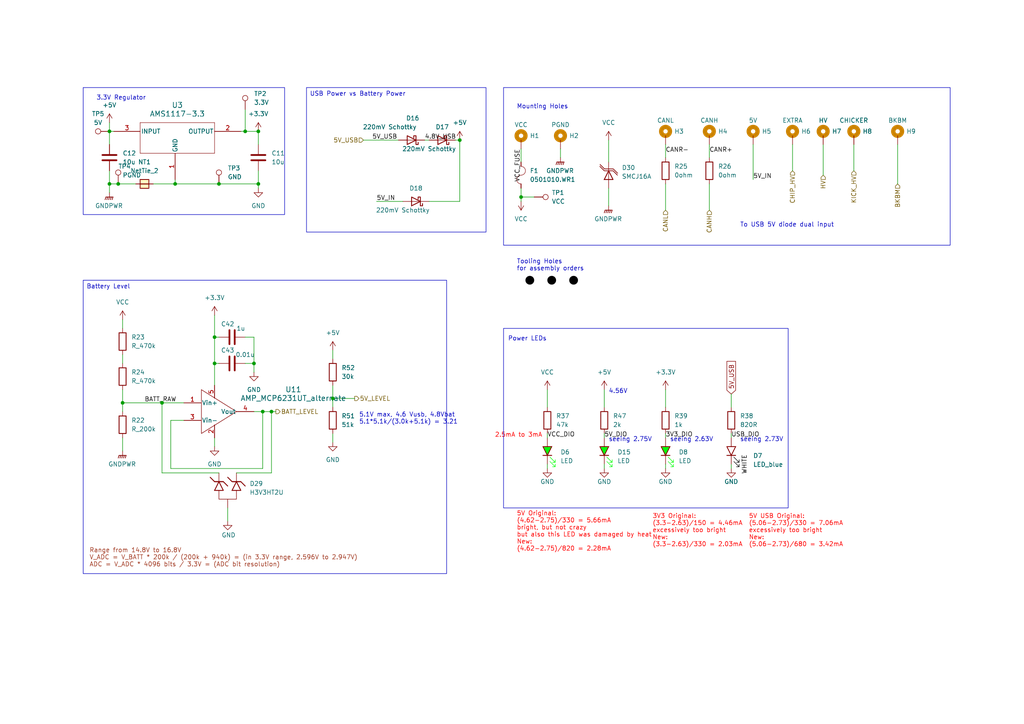
<source format=kicad_sch>
(kicad_sch (version 20250114) (generator "eeschema") (generator_version "9.0")
  (paper "A4")
  (lib_symbols
    (symbol "bots:AMP_MCP6231UT_alternate" (pin_names (offset 0.254))
      (property "Reference" "U8" (at -7.62 10.16 0))
      (property "Value" "AMP_MCP6231UT_alternate" (at -12.7 7.62 0))
      (symbol "AMP_MCP6231UT_alternate_0_1"
        (polyline (pts (xy -3.81 6.35) (xy 6.35 0) (xy -3.81 -6.35) (xy -3.81 6.35)))
      )
      (symbol "AMP_MCP6231UT_alternate_1_1"
        (pin input line (at -8.89 2.54 0) (length 4.95) (name "Vin+") (number "1"))
        (pin input line (at -8.89 -2.54 0) (length 4.95) (name "Vin-") (number "3"))
        (pin power_in line (at 0 7.62 270) (length 3.75) (name "~") (number "5"))
        (pin power_out line (at 0 -7.62 90) (length 3.75) (name "~") (number "2"))
        (pin output line (at 11.43 0 180) (length 4.99) (name "Vout") (number "4"))
      )
    )
    (symbol "bots:AMS1117-3.3" (pin_names (offset 0.254))
      (property "Reference" "U" (at 0 7.62 0))
      (property "Value" "AMS1117-3.3" (at 0 5.08 0))
      (symbol "AMS1117-3.3_0_1"
        (polyline (pts (xy -10.16 2.54) (xy -10.16 -6.35)) (stroke (width 0.127)))
        (polyline (pts (xy -10.16 -6.35) (xy 11.43 -6.35)) (stroke (width 0.127)))
        (polyline (pts (xy 11.43 2.54) (xy -10.16 2.54)) (stroke (width 0.127)))
        (polyline (pts (xy 11.43 -6.35) (xy 11.43 2.54)) (stroke (width 0.127)))
        (pin input line (at -17.78 0 0) (length 7.62) (name "INPUT") (number "3"))
        (pin output line (at 19.05 0 180) (length 7.62) (name "OUTPUT") (number "2"))
      )
      (symbol "AMS1117-3.3_1_1"
        (pin bidirectional line (at 0 -13.97 90) (length 7.62) (name "GND") (number "1"))
      )
    )
    (symbol "bots:C_10u" (pin_numbers (hide yes)) (pin_names (offset 0.254))
      (property "Reference" "C" (at 0.635 2.54 0))
      (property "Value" "10u" (at 0.635 -2.54 0))
      (symbol "C_10u_0_1"
        (polyline (pts (xy -2.032 0.762) (xy 2.032 0.762)) (stroke (width 0.508)))
        (polyline (pts (xy -2.032 -0.762) (xy 2.032 -0.762)) (stroke (width 0.508)))
      )
      (symbol "C_10u_1_1"
        (pin passive line (at 0 3.81 270) (length 2.794) (name "~") (number "1"))
        (pin passive line (at 0 -3.81 90) (length 2.794) (name "~") (number "2"))
      )
    )
    (symbol "bots:D_CUS08F30,H3F" (pin_numbers (hide yes)) (pin_names (offset 1.016) (hide yes))
      (property "Reference" "D" (at 0 2.54 0))
      (property "Value" "220mV Schottky" (at 0 -2.54 0))
      (symbol "D_CUS08F30,H3F_0_1"
        (polyline (pts (xy -1.905 0.635) (xy -1.905 1.27) (xy -1.27 1.27) (xy -1.27 -1.27) (xy -0.635 -1.27) (xy -0.635 -0.635)) (stroke (width 0.254)))
        (polyline (pts (xy 1.27 1.27) (xy 1.27 -1.27) (xy -1.27 0) (xy 1.27 1.27)) (stroke (width 0.254)))
        (polyline (pts (xy 1.27 0) (xy -1.27 0)))
      )
      (symbol "D_CUS08F30,H3F_1_1"
        (pin passive line (at -3.81 0 0) (length 2.54) (name "K") (number "1"))
        (pin passive line (at 3.81 0 180) (length 2.54) (name "A") (number "2"))
      )
    )
    (symbol "bots:D_SMCJ16A" (pin_numbers (hide yes)) (pin_names (offset 1.016) (hide yes))
      (property "Reference" "D" (at 0 2.54 0))
      (property "Value" "SMCJ16A" (at 0 -2.54 0))
      (symbol "D_SMCJ16A_0_1"
        (polyline (pts (xy 1.27 0) (xy -1.27 0)))
        (polyline (pts (xy 1.27 -1.27) (xy 1.27 1.27) (xy -1.27 0) (xy 1.27 -1.27)) (stroke (width 0.254)))
      )
      (symbol "D_SMCJ16A_1_1"
        (polyline (pts (xy -0.5468 2.5984) (xy -1.8168 1.3284) (xy -1.8168 0.0584) (xy -1.8168 -1.2116) (xy -3.0868 -2.4816)) (stroke (width 0.2032)))
        (polyline (pts (xy 0 2.54) (xy -1.27 1.27) (xy -1.27 0) (xy -1.27 -1.27) (xy -2.54 -2.54)) (stroke (width 0.2032)))
        (pin passive line (at -3.81 0 0) (length 2.54) (name "K") (number "1"))
        (pin passive line (at 3.81 0 180) (length 2.54) (name "A") (number "2"))
      )
    )
    (symbol "bots:D_TVS_ESD" (pin_numbers (hide yes)) (pin_names (offset 1.016) (hide yes))
      (property "Reference" "D19" (at -0.6986 6.35 90))
      (property "Value" "H3V3HT2U" (at 1.8414 6.35 90))
      (symbol "D_TVS_ESD_0_1"
        (polyline (pts (xy -1.27 3.81) (xy -1.27 1.27) (xy -2.54 0)) (stroke (width 0.254)))
        (polyline (pts (xy -1.27 1.27) (xy -1.27 3.81) (xy 0 5.08)) (stroke (width 0.254)))
        (polyline (pts (xy -1.27 -1.27) (xy -1.27 -3.81) (xy -2.54 -5.08)) (stroke (width 0.254)))
        (polyline (pts (xy -1.27 -3.81) (xy -1.27 -1.27) (xy 0 0)) (stroke (width 0.254)))
        (polyline (pts (xy 1.27 2.54) (xy 3.81 2.54) (xy 3.81 -2.54) (xy 1.27 -2.54)))
        (polyline (pts (xy 1.27 1.27) (xy 1.27 3.81) (xy -1.27 2.54) (xy 1.27 1.27)) (stroke (width 0.254)))
        (polyline (pts (xy 1.27 -3.81) (xy 1.27 -1.27) (xy -1.27 -2.54) (xy 1.27 -3.81)) (stroke (width 0.254)))
      )
      (symbol "D_TVS_ESD_1_1"
        (pin passive line (at -3.81 2.54 0) (length 2.54) (name "~") (number "1"))
        (pin passive line (at -3.81 -2.54 0) (length 2.54) (name "~") (number "2"))
        (pin passive line (at 6.35 0 180) (length 2.54) (name "~") (number "3"))
      )
    )
    (symbol "bots:LED_green" (pin_numbers (hide yes)) (pin_names (offset 1.016) (hide yes))
      (property "Reference" "D" (at 0 2.54 0))
      (property "Value" "LED_green" (at 3.81 -2.54 0))
      (symbol "LED_green_0_1"
        (polyline (pts (xy -1.27 -1.27) (xy -1.27 1.27)) (stroke (width 0.254)))
      )
      (symbol "LED_green_1_1"
        (polyline (pts (xy -3.048 -0.762) (xy -4.572 -2.286) (xy -3.81 -2.286) (xy -4.572 -2.286) (xy -4.572 -1.524)) (stroke (width 0) (color 8 255 17 1)))
        (polyline (pts (xy -1.778 -0.762) (xy -3.302 -2.286) (xy -2.54 -2.286) (xy -3.302 -2.286) (xy -3.302 -1.524)) (stroke (width 0) (color 0 255 0 1)))
        (polyline (pts (xy 1.27 -1.27) (xy 1.27 1.27) (xy -1.27 0) (xy 1.27 -1.27)) (stroke (width 0.254)) (fill (type color) (color 0 255 11 1)))
        (pin passive line (at -3.81 0 0) (length 2.54) (name "K") (number "1"))
        (pin passive line (at 3.81 0 180) (length 2.54) (name "A") (number "2"))
      )
    )
    (symbol "bots:LED_white" (pin_numbers (hide yes)) (pin_names (offset 1.016) (hide yes))
      (property "Reference" "D" (at 0 2.54 0))
      (property "Value" "LED_blue" (at 2.54 -2.54 0))
      (symbol "LED_white_0_1"
        (polyline (pts (xy -1.27 -1.27) (xy -1.27 1.27)) (stroke (width 0.254)))
      )
      (symbol "LED_white_1_1"
        (polyline (pts (xy -3.048 -0.762) (xy -4.572 -2.286) (xy -3.81 -2.286) (xy -4.572 -2.286) (xy -4.572 -1.524)) (stroke (width 0) (color 0 0 0 1)))
        (polyline (pts (xy -1.778 -0.762) (xy -3.302 -2.286) (xy -2.54 -2.286) (xy -3.302 -2.286) (xy -3.302 -1.524)) (stroke (width 0) (color 0 0 0 1)))
        (polyline (pts (xy 1.27 -1.27) (xy 1.27 1.27) (xy -1.27 0) (xy 1.27 -1.27)) (stroke (width 0.254)) (fill (type color) (color 255 252 254 1)))
        (text "WHITE" (at -3.81 -3.81 0) (effects (font (size 1.27 1.27))))
        (pin passive line (at -3.81 0 0) (length 2.54) (name "K") (number "1"))
        (pin passive line (at 3.81 0 180) (length 2.54) (name "A") (number "2"))
      )
    )
    (symbol "bots:MountingHoleM2.5NoThread_wConn" (pin_numbers (hide yes)) (pin_names (offset 1.016) (hide yes))
      (property "Reference" "H" (at 0 6.35 0))
      (symbol "MountingHoleM2.5NoThread_wConn_1_1"
        (circle (center 0 1.27) (radius 1.27) (stroke (width 1.27) (color 203 130 1 1)))
        (pin passive line (at 0 -2.54 90) (length 2.54) (name "1") (number "1"))
      )
    )
    (symbol "bots:NetTie_2" (pin_numbers (hide yes)) (pin_names (offset 0) (hide yes)) (in_bom no)
      (property "Reference" "NT" (at 0 1.27 0))
      (property "Value" "NetTie_2" (at 0 -2.54 0))
      (symbol "NetTie_2_0_1"
        (polyline (pts (xy -1.27 0) (xy 1.27 0)) (stroke (width 0.254)))
      )
      (symbol "NetTie_2_1_0"
        (rectangle (start -1.27 1.27) (end 1.27 -1.27) (stroke (width 0.254)) (fill (type background)))
      )
      (symbol "NetTie_2_1_1"
        (pin passive line (at -2.54 0 0) (length 2.54) (name "1") (number "1"))
        (pin passive line (at 2.54 0 180) (length 2.54) (name "2") (number "2"))
      )
    )
    (symbol "bots:R_0OHM_JUMPER" (pin_numbers (hide yes)) (pin_names (offset 0))
      (property "Reference" "R" (at 2.032 0 90))
      (property "Value" "R_0OHM_JUMPER" (at 0 0 90))
      (symbol "R_0OHM_JUMPER_0_1"
        (rectangle (start -1.016 -2.54) (end 1.016 2.54) (stroke (width 0.254)))
      )
      (symbol "R_0OHM_JUMPER_1_1"
        (pin passive line (at 0 3.81 270) (length 1.27) (name "~") (number "1"))
        (pin passive line (at 0 -3.81 90) (length 1.27) (name "~") (number "2"))
      )
    )
    (symbol "bots:R_200k" (pin_numbers (hide yes)) (pin_names (offset 0))
      (property "Reference" "R" (at 2.032 0 90))
      (property "Value" "200k" (at 0 0 90))
      (symbol "R_200k_0_1"
        (rectangle (start -1.016 -2.54) (end 1.016 2.54) (stroke (width 0.254)))
      )
      (symbol "R_200k_1_1"
        (pin passive line (at 0 3.81 270) (length 1.27) (name "~") (number "1"))
        (pin passive line (at 0 -3.81 90) (length 1.27) (name "~") (number "2"))
      )
    )
    (symbol "bots:R_470k" (pin_numbers (hide yes)) (pin_names (offset 0))
      (property "Reference" "R" (at 2.032 0 90))
      (property "Value" "470k" (at 0 0 90))
      (symbol "R_470k_0_1"
        (rectangle (start -1.016 -2.54) (end 1.016 2.54) (stroke (width 0.254)))
      )
      (symbol "R_470k_1_1"
        (pin passive line (at 0 3.81 270) (length 1.27) (name "~") (number "1"))
        (pin passive line (at 0 -3.81 90) (length 1.27) (name "~") (number "2"))
      )
    )
    (symbol "bots:TestPoint_2x2" (pin_numbers (hide yes)) (pin_names (offset 0.762) (hide yes)) (in_bom no)
      (property "Reference" "TP" (at 0 6.858 0))
      (property "Value" "TestPoint" (at 0 5.08 0))
      (symbol "TestPoint_2x2_0_1"
        (circle (center 0 3.302) (radius 0.762))
      )
      (symbol "TestPoint_2x2_1_1"
        (pin passive line (at 0 0 90) (length 2.54) (name "1") (number "1"))
      )
    )
    (symbol "power:+3.3V" (power) (pin_names (offset 0))
      (property "Value" "+3.3V" (at 0 3.556 0))
      (symbol "+3.3V_0_1"
        (polyline (pts (xy -0.762 1.27) (xy 0 2.54)))
        (polyline (pts (xy 0 2.54) (xy 0.762 1.27)))
        (polyline (pts (xy 0 0) (xy 0 2.54)))
      )
      (symbol "+3.3V_1_1"
        (pin power_in line (at 0 0 90) (length 0) (hide yes) (name "+3.3V") (number "1"))
      )
    )
    (symbol "power:+5V" (power) (pin_names (offset 0))
      (property "Value" "+5V" (at 0 3.556 0))
      (symbol "+5V_0_1"
        (polyline (pts (xy -0.762 1.27) (xy 0 2.54)))
        (polyline (pts (xy 0 2.54) (xy 0.762 1.27)))
        (polyline (pts (xy 0 0) (xy 0 2.54)))
      )
      (symbol "+5V_1_1"
        (pin power_in line (at 0 0 90) (length 0) (hide yes) (name "+5V") (number "1"))
      )
    )
    (symbol "power:GND" (power) (pin_names (offset 0))
      (property "Value" "GND" (at 0 -3.81 0))
      (symbol "GND_0_1"
        (polyline (pts (xy 0 0) (xy 0 -1.27) (xy 1.27 -1.27) (xy 0 -2.54) (xy -1.27 -1.27) (xy 0 -1.27)))
      )
      (symbol "GND_1_1"
        (pin power_in line (at 0 0 270) (length 0) (hide yes) (name "GND") (number "1"))
      )
    )
    (symbol "power:GNDPWR" (power) (pin_names (offset 0))
      (property "Value" "GNDPWR" (at 0 -3.302 0))
      (symbol "GNDPWR_0_1"
        (polyline (pts (xy -1.016 -1.27) (xy -1.27 -2.032) (xy -1.27 -2.032)) (stroke (width 0.2032)))
        (polyline (pts (xy -0.508 -1.27) (xy -0.762 -2.032) (xy -0.762 -2.032)) (stroke (width 0.2032)))
        (polyline (pts (xy 0 -1.27) (xy 0 0)))
        (polyline (pts (xy 0 -1.27) (xy -0.254 -2.032) (xy -0.254 -2.032)) (stroke (width 0.2032)))
        (polyline (pts (xy 0.508 -1.27) (xy 0.254 -2.032) (xy 0.254 -2.032)) (stroke (width 0.2032)))
        (polyline (pts (xy 1.016 -1.27) (xy -1.016 -1.27) (xy -1.016 -1.27)) (stroke (width 0.2032)))
        (polyline (pts (xy 1.016 -1.27) (xy 0.762 -2.032) (xy 0.762 -2.032) (xy 0.762 -2.032)) (stroke (width 0.2032)))
      )
      (symbol "GNDPWR_1_1"
        (pin power_in line (at 0 0 270) (length 0) (hide yes) (name "GNDPWR") (number "1"))
      )
    )
    (symbol "power:VCC" (power) (pin_names (offset 0))
      (property "Value" "VCC" (at 0 3.81 0))
      (symbol "VCC_0_1"
        (polyline (pts (xy -0.762 1.27) (xy 0 2.54)))
        (polyline (pts (xy 0 2.54) (xy 0.762 1.27)))
        (polyline (pts (xy 0 0) (xy 0 2.54)))
      )
      (symbol "VCC_1_1"
        (pin power_in line (at 0 0 90) (length 0) (hide yes) (name "VCC") (number "1"))
      )
    )
    (symbol "thebots_symlib:C_0.01u" (pin_numbers (hide yes)) (pin_names (offset 0.254))
      (property "Reference" "C" (at 0.635 2.54 0))
      (property "Value" "0.01u" (at 0.635 -2.54 0))
      (symbol "C_0.01u_0_1"
        (polyline (pts (xy -2.032 0.762) (xy 2.032 0.762)) (stroke (width 0.508)))
        (polyline (pts (xy -2.032 -0.762) (xy 2.032 -0.762)) (stroke (width 0.508)))
      )
      (symbol "C_0.01u_1_1"
        (pin passive line (at 0 3.81 270) (length 2.794) (name "~") (number "1"))
        (pin passive line (at 0 -3.81 90) (length 2.794) (name "~") (number "2"))
      )
    )
    (symbol "thebots_symlib:C_1u" (pin_numbers (hide yes)) (pin_names (offset 0.254))
      (property "Reference" "C" (at 0.635 2.54 0))
      (property "Value" "1u" (at 0.635 -2.54 0))
      (symbol "C_1u_0_1"
        (polyline (pts (xy -2.032 0.762) (xy 2.032 0.762)) (stroke (width 0.508)))
        (polyline (pts (xy -2.032 -0.762) (xy 2.032 -0.762)) (stroke (width 0.508)))
      )
      (symbol "C_1u_1_1"
        (pin passive line (at 0 3.81 270) (length 2.794) (name "~") (number "1"))
        (pin passive line (at 0 -3.81 90) (length 2.794) (name "~") (number "2"))
      )
    )
    (symbol "thebots_symlib:Fuse_0501010.WR1" (pin_numbers (hide yes)) (pin_names (offset 0))
      (property "Reference" "F" (at 0 2.032 0))
      (property "Value" "0501010.WR1" (at 0 -1.905 0))
      (symbol "Fuse_0501010.WR1_0_1"
        (polyline (pts (xy -3.81 0) (xy -2.54 0)) (stroke (width 0.127)))
        (arc (start -2.54 0) (mid -1.27 1.2645) (end 0 0) (stroke (width 0.127)))
        (arc (start 2.54 0) (mid 1.27 -1.2645) (end 0 0) (stroke (width 0.127)))
        (polyline (pts (xy 2.54 0) (xy 3.81 0)) (stroke (width 0.127)))
      )
      (symbol "Fuse_0501010.WR1_1_1"
        (pin passive line (at -3.81 0 0) (length 1.27) (name "~") (number "1"))
        (pin passive line (at 3.81 0 180) (length 1.27) (name "~") (number "2"))
      )
    )
    (symbol "thebots_symlib:R_1k" (pin_numbers (hide yes)) (pin_names (offset 0))
      (property "Reference" "R" (at 2.032 0 90))
      (property "Value" "1k" (at 0 0 90))
      (symbol "R_1k_0_1"
        (rectangle (start -1.016 -2.54) (end 1.016 2.54) (stroke (width 0.254)))
      )
      (symbol "R_1k_1_1"
        (pin passive line (at 0 3.81 270) (length 1.27) (name "~") (number "1"))
        (pin passive line (at 0 -3.81 90) (length 1.27) (name "~") (number "2"))
      )
    )
    (symbol "thebots_symlib:R_2k" (pin_numbers (hide yes)) (pin_names (offset 0))
      (property "Reference" "R" (at 2.032 0 90))
      (property "Value" "2k" (at 0 0 90))
      (symbol "R_2k_0_1"
        (rectangle (start -1.016 -2.54) (end 1.016 2.54) (stroke (width 0.254)))
      )
      (symbol "R_2k_1_1"
        (pin passive line (at 0 3.81 270) (length 1.27) (name "~") (number "1"))
        (pin passive line (at 0 -3.81 90) (length 1.27) (name "~") (number "2"))
      )
    )
    (symbol "thebots_symlib:R_30k" (pin_numbers (hide yes)) (pin_names (offset 0))
      (property "Reference" "R" (at 2.032 0 90))
      (property "Value" "30k" (at 0 0 90))
      (symbol "R_30k_0_1"
        (rectangle (start -1.016 -2.54) (end 1.016 2.54) (stroke (width 0.254)))
      )
      (symbol "R_30k_1_1"
        (pin passive line (at 0 3.81 270) (length 1.27) (name "~") (number "1"))
        (pin passive line (at 0 -3.81 90) (length 1.27) (name "~") (number "2"))
      )
    )
    (symbol "thebots_symlib:R_47k" (pin_numbers (hide yes)) (pin_names (offset 0))
      (property "Reference" "R" (at 2.032 0 90))
      (property "Value" "R_47k" (at 0 0 90))
      (symbol "R_47k_0_1"
        (rectangle (start -1.016 -2.54) (end 1.016 2.54) (stroke (width 0.254)))
      )
      (symbol "R_47k_1_1"
        (pin passive line (at 0 3.81 270) (length 1.27) (name "~") (number "1"))
        (pin passive line (at 0 -3.81 90) (length 1.27) (name "~") (number "2"))
      )
    )
    (symbol "thebots_symlib:R_51k" (pin_numbers (hide yes)) (pin_names (offset 0))
      (property "Reference" "R" (at 2.032 0 90))
      (property "Value" "51k" (at 0 0 90))
      (symbol "R_51k_0_1"
        (rectangle (start -1.016 -2.54) (end 1.016 2.54) (stroke (width 0.254)))
      )
      (symbol "R_51k_1_1"
        (pin passive line (at 0 3.81 270) (length 1.27) (name "~") (number "1"))
        (pin passive line (at 0 -3.81 90) (length 1.27) (name "~") (number "2"))
      )
    )
    (symbol "thebots_symlib:R_820R" (pin_numbers (hide yes)) (pin_names (offset 0))
      (property "Reference" "R" (at 2.032 0 90))
      (property "Value" "820R" (at 0 0 90))
      (symbol "R_820R_0_1"
        (rectangle (start -1.016 -2.54) (end 1.016 2.54) (stroke (width 0.254)))
      )
      (symbol "R_820R_1_1"
        (pin passive line (at 0 3.81 270) (length 1.27) (name "~") (number "1"))
        (pin passive line (at 0 -3.81 90) (length 1.27) (name "~") (number "2"))
      )
    )
    (symbol "thebots_symlib:ToolingHoleJLC" (pin_numbers (hide yes)) (pin_names (offset 1.016) (hide yes))
      (symbol "ToolingHoleJLC_1_1"
        (circle (center 0 1.27) (radius 1.27) (stroke (width -0.0001) (color 0 0 0 1)) (fill (type color) (color 0 0 0 1)))
      )
    )
  )
  (rectangle (start 146.05 25.4) (end 275.59 71.12))
  (rectangle (start 146.05 95.25) (end 228.6 147.32))
  (rectangle (start 24.13 25.4) (end 82.55 62.23))
  (text "4.56V" (at 176.53 114.3 0) (effects (font (size 1.27 1.27)) (justify left bottom)))
  (text "2.5mA to 3mA" (at 143.51 127 0) (effects (font (size 1.27 1.27)) (justify left bottom)))
  (text "Mounting Holes" (at 149.86 31.75 0) (effects (font (size 1.27 1.27)) (justify left bottom)))
  (text "5V Original:\n(4.62-2.75)/330 = 5.66mA\nbright, but not crazy\nbut also this LED was damaged by heat\nNew:\n(4.62-2.75)/820 = 2.28mA" (at 149.86 160.02 0) (effects (font (size 1.27 1.27)) (justify left bottom)))
  (text "To USB 5V diode dual input" (at 214.63 66.04 0) (effects (font (size 1.27 1.27)) (justify left bottom)))
  (text "5.1V max, 4.6 Vusb, 4.8Vbat\n5.1*5.1k/(3.0k+5.1k) = 3.21" (at 104.14 123.19 0) (effects (font (size 1.27 1.27)) (justify left bottom)))
  (text "seeing 2.75V\n" (at 176.53 128.27 0) (effects (font (size 1.27 1.27)) (justify left bottom)))
  (text "seeing 2.73V\n" (at 214.63 128.27 0) (effects (font (size 1.27 1.27)) (justify left bottom)))
  (text "3.3V Regulator" (at 27.94 29.21 0) (effects (font (size 1.27 1.27)) (justify left bottom)))
  (text "Power LEDs" (at 147.32 99.06 0) (effects (font (size 1.27 1.27)) (justify left bottom)))
  (text "3V3 Original:\n(3.3-2.63)/150 = 4.46mA\nexcessively too bright\nNew:\n(3.3-2.63)/330 = 2.03mA" (at 189.23 158.75 0) (effects (font (size 1.27 1.27)) (justify left bottom)))
  (text "5V USB Original:\n(5.06-2.73)/330 = 7.06mA\nexcessively too bright\nNew:\n(5.06-2.73)/680 = 3.42mA" (at 217.17 158.75 0) (effects (font (size 1.27 1.27)) (justify left bottom)))
  (text "seeing 2.63V\n" (at 194.31 128.27 0) (effects (font (size 1.27 1.27)) (justify left bottom)))
  (text "Tooling Holes\nfor assembly orders" (at 149.86 78.74 0) (effects (font (size 1.27 1.27)) (justify left bottom)))
  (text "Range from 14.8V to 16.8V\nV_ADC = V_BATT * 200k / (200k + 940k) = (in 3.3V range, 2.596V to 2.947V)\nADC = V_ADC * 4096 bits / 3.3V = (ADC bit resolution)" (at 25.908 164.592 0) (effects (font (size 1.27 1.27)) (justify left bottom)))
  (text_box "Battery Level" (at 24.13 81.28 0) (size 105.41 85.09) (margins 0.9525 0.9525 0.9525 0.9525) (effects (font (size 1.27 1.27)) (justify left top)))
  (text_box "USB Power vs Battery Power" (at 88.9 25.4 0) (size 52.07 41.91) (margins 0.9525 0.9525 0.9525 0.9525) (effects (font (size 1.27 1.27)) (justify left top)))
  (junction (at 34.29 53.34))
  (junction (at 74.93 53.34))
  (junction (at 71.12 38.1))
  (junction (at 151.13 57.15))
  (junction (at 76.2 119.38))
  (junction (at 133.35 40.64))
  (junction (at 35.56 116.84))
  (junction (at 63.5 53.34))
  (junction (at 31.75 53.34))
  (junction (at 46.99 116.84))
  (junction (at 31.75 38.1))
  (junction (at 62.23 105.41))
  (junction (at 78.74 119.38))
  (junction (at 96.52 115.57))
  (junction (at 74.93 38.1))
  (junction (at 73.66 105.41))
  (junction (at 50.8 53.34))
  (junction (at 62.23 97.79))
  (wire (pts (xy 35.56 102.87) (xy 35.56 105.41)))
  (wire (pts (xy 260.35 41.91) (xy 260.35 53.34)))
  (wire (pts (xy 63.5 105.41) (xy 62.23 105.41)))
  (wire (pts (xy 74.93 38.1) (xy 74.93 41.91)))
  (wire (pts (xy 73.66 97.79) (xy 73.66 105.41)))
  (wire (pts (xy 151.13 57.15) (xy 151.13 58.42)))
  (wire (pts (xy 105.41 40.64) (xy 115.57 40.64)))
  (wire (pts (xy 63.5 53.34) (xy 50.8 53.34)))
  (wire (pts (xy 212.09 114.3) (xy 212.09 118.11)))
  (wire (pts (xy 175.26 113.03) (xy 175.26 118.11)))
  (wire (pts (xy 74.93 53.34) (xy 74.93 54.61)))
  (wire (pts (xy 193.04 41.91) (xy 193.04 45.72)))
  (wire (pts (xy 151.13 43.18) (xy 151.13 46.99)))
  (wire (pts (xy 124.46 58.42) (xy 133.35 58.42)))
  (wire (pts (xy 35.56 127) (xy 35.56 130.81)))
  (wire (pts (xy 193.04 125.73) (xy 193.04 127)))
  (wire (pts (xy 68.58 137.16) (xy 78.74 137.16)))
  (wire (pts (xy 133.35 58.42) (xy 133.35 40.64)))
  (wire (pts (xy 193.04 53.34) (xy 193.04 60.96)))
  (wire (pts (xy 35.56 116.84) (xy 46.99 116.84)))
  (wire (pts (xy 212.09 134.62) (xy 212.09 135.89)))
  (wire (pts (xy 238.76 41.91) (xy 238.76 50.8)))
  (wire (pts (xy 123.19 40.64) (xy 124.46 40.64)))
  (wire (pts (xy 66.04 151.13) (xy 66.04 147.32)))
  (wire (pts (xy 34.29 53.34) (xy 39.37 53.34)))
  (wire (pts (xy 162.56 43.18) (xy 162.56 45.72)))
  (wire (pts (xy 46.99 116.84) (xy 53.34 116.84)))
  (wire (pts (xy 31.75 49.53) (xy 31.75 53.34)))
  (wire (pts (xy 205.74 41.91) (xy 205.74 45.72)))
  (wire (pts (xy 62.23 97.79) (xy 62.23 105.41)))
  (wire (pts (xy 63.5 137.16) (xy 46.99 137.16)))
  (wire (pts (xy 212.09 125.73) (xy 212.09 127)))
  (wire (pts (xy 69.85 38.1) (xy 71.12 38.1)))
  (wire (pts (xy 193.04 134.62) (xy 193.04 135.89)))
  (wire (pts (xy 71.12 105.41) (xy 73.66 105.41)))
  (wire (pts (xy 31.75 38.1) (xy 31.75 35.56)))
  (wire (pts (xy 71.12 38.1) (xy 74.93 38.1)))
  (wire (pts (xy 154.94 57.15) (xy 151.13 57.15)))
  (wire (pts (xy 74.93 49.53) (xy 74.93 53.34)))
  (wire (pts (xy 71.12 97.79) (xy 73.66 97.79)))
  (wire (pts (xy 35.56 113.03) (xy 35.56 116.84)))
  (wire (pts (xy 50.8 52.07) (xy 50.8 53.34)))
  (wire (pts (xy 46.99 137.16) (xy 46.99 116.84)))
  (wire (pts (xy 53.34 121.92) (xy 49.53 121.92)))
  (wire (pts (xy 31.75 38.1) (xy 33.02 38.1)))
  (wire (pts (xy 175.26 134.62) (xy 175.26 135.89)))
  (wire (pts (xy 71.12 31.75) (xy 71.12 38.1)))
  (wire (pts (xy 78.74 137.16) (xy 78.74 119.38)))
  (wire (pts (xy 74.93 53.34) (xy 63.5 53.34)))
  (wire (pts (xy 158.75 113.03) (xy 158.75 118.11)))
  (wire (pts (xy 132.08 40.64) (xy 133.35 40.64)))
  (wire (pts (xy 193.04 113.03) (xy 193.04 118.11)))
  (wire (pts (xy 62.23 105.41) (xy 62.23 111.76)))
  (wire (pts (xy 73.66 105.41) (xy 73.66 107.95)))
  (wire (pts (xy 96.52 115.57) (xy 96.52 118.11)))
  (wire (pts (xy 158.75 125.73) (xy 158.75 127)))
  (wire (pts (xy 31.75 38.1) (xy 31.75 41.91)))
  (wire (pts (xy 35.56 116.84) (xy 35.56 119.38)))
  (wire (pts (xy 218.44 41.91) (xy 218.44 52.07)))
  (wire (pts (xy 31.75 53.34) (xy 34.29 53.34)))
  (wire (pts (xy 78.74 119.38) (xy 80.01 119.38)))
  (wire (pts (xy 31.75 53.34) (xy 31.75 55.88)))
  (wire (pts (xy 175.26 125.73) (xy 175.26 127)))
  (wire (pts (xy 158.75 134.62) (xy 158.75 135.89)))
  (wire (pts (xy 76.2 119.38) (xy 78.74 119.38)))
  (wire (pts (xy 96.52 111.76) (xy 96.52 115.57)))
  (wire (pts (xy 49.53 121.92) (xy 49.53 135.89)))
  (wire (pts (xy 73.66 119.38) (xy 76.2 119.38)))
  (wire (pts (xy 35.56 92.71) (xy 35.56 95.25)))
  (wire (pts (xy 63.5 97.79) (xy 62.23 97.79)))
  (wire (pts (xy 205.74 53.34) (xy 205.74 60.96)))
  (wire (pts (xy 151.13 54.61) (xy 151.13 57.15)))
  (wire (pts (xy 96.52 125.73) (xy 96.52 128.27)))
  (wire (pts (xy 96.52 101.6) (xy 96.52 104.14)))
  (wire (pts (xy 176.53 54.61) (xy 176.53 59.69)))
  (wire (pts (xy 229.87 41.91) (xy 229.87 49.53)))
  (wire (pts (xy 96.52 115.57) (xy 102.87 115.57)))
  (wire (pts (xy 247.65 41.91) (xy 247.65 49.53)))
  (wire (pts (xy 62.23 127) (xy 62.23 129.54)))
  (wire (pts (xy 76.2 135.89) (xy 76.2 119.38)))
  (wire (pts (xy 62.23 91.44) (xy 62.23 97.79)))
  (wire (pts (xy 109.22 58.42) (xy 116.84 58.42)))
  (wire (pts (xy 176.53 40.64) (xy 176.53 46.99)))
  (wire (pts (xy 49.53 135.89) (xy 76.2 135.89)))
  (wire (pts (xy 44.45 53.34) (xy 50.8 53.34)))
  (label "CANR-" (at 193.04 44.45 0))
  (label "VCC_FUSE" (at 151.13 43.18 270))
  (label "4.8V_USB" (at 123.19 40.64 0))
  (label "5V_DIO" (at 175.26 127 0))
  (label "CANR+" (at 205.74 44.45 0))
  (label "USB_DIO" (at 212.09 127 0))
  (label "5V_IN" (at 218.44 52.07 0))
  (label "5V_IN" (at 109.22 58.42 0))
  (label "3V3_DIO" (at 193.04 127 0))
  (label "BATT_RAW" (at 41.91 116.84 0))
  (label "VCC_DIO" (at 158.75 127 0))
  (label "5V_USB" (at 107.95 40.64 0))
  (global_label "5V_USB" (shape input) (at 212.09 114.3 90) (property "Intersheetrefs" "${INTERSHEET_REFS}" (effects (hide yes))))
  (hierarchical_label "CANH" (shape input) (at 205.74 60.96 270))
  (hierarchical_label "5V_LEVEL" (shape output) (at 102.87 115.57 0))
  (hierarchical_label "BKBM" (shape input) (at 260.35 53.34 270))
  (hierarchical_label "5V_USB" (shape input) (at 105.41 40.64 180))
  (hierarchical_label "HV" (shape input) (at 238.76 50.8 270))
  (hierarchical_label "BATT_LEVEL" (shape output) (at 80.01 119.38 0))
  (hierarchical_label "CHIP_HV" (shape input) (at 229.87 49.53 270))
  (hierarchical_label "CANL" (shape input) (at 193.04 60.96 270))
  (hierarchical_label "KICK_HV" (shape input) (at 247.65 49.53 270))
  (symbol (lib_id "bots:R_200k") (at 35.56 123.19 0) (unit 1)
    (property "Reference" "R22" (at 38.1 121.92 0) (effects (justify left)))
    (property "Value" "R_200k" (at 38.1 124.46 0) (effects (justify left)))
    (property "Footprint" "bots:R_0603_1608Metric" (effects (hide yes)))
    (property "Description" "Resistor" (effects (hide yes)))
    (property "MPN" "0603WAF2003T5E" (effects (hide yes)))
    (property "Manufacturer" "UNI-ROYAL(Uniroyal Elec)" (effects (hide yes)))
    (property "Price" "0.0009" (effects (hide yes)))
    (property "JLC" "0603" (effects (hide yes)))
    (property "LCSC" "C25811" (effects (hide yes)))
    (property "JLC Extended" "no" (effects (hide yes)))
  )
  (symbol (lib_id "power:+5V") (at 175.26 113.03 0) (unit 1)
    (property "Reference" "#PWR076" (effects (hide yes)))
    (property "Value" "+5V" (at 175.26 107.95 0))
  )
  (symbol (lib_id "thebots_symlib:R_51k") (at 96.52 121.92 0) (unit 1)
    (property "Reference" "R51" (at 99.06 120.65 0) (effects (justify left)))
    (property "Value" "51k" (at 99.06 123.19 0) (effects (justify left)))
    (property "Footprint" "bots:R_0603_1608Metric" (effects (hide yes)))
    (property "MPN" "0603WAF5102T5E" (effects (hide yes)))
    (property "Manufacturer" "UNI-ROYAL(Uniroyal Elec)" (effects (hide yes)))
    (property "Price" "0.0009" (effects (hide yes)))
    (property "JLC" "0603" (effects (hide yes)))
    (property "LCSC" "C23196" (effects (hide yes)))
    (property "JLC Extended" "no" (effects (hide yes)))
  )
  (symbol (lib_id "power:VCC") (at 35.56 92.71 0) (unit 1)
    (property "Reference" "#PWR047" (effects (hide yes)))
    (property "Value" "VCC" (at 35.56 87.63 0))
  )
  (symbol (lib_id "bots:LED_green") (at 193.04 130.81 90) (unit 1)
    (property "Reference" "D8" (at 196.85 131.1275 90) (effects (justify right)))
    (property "Value" "LED" (at 196.85 133.6675 90) (effects (justify right)))
    (property "Footprint" "bots:LED_0805_2012Metric" (effects (hide yes)))
    (property "MPN" "KT-0805G" (effects (hide yes)))
    (property "Manufacturer" "Hubei KENTO Elec" (effects (hide yes)))
    (property "Price" "0.0127" (effects (hide yes)))
    (property "JLC" "0805" (effects (hide yes)))
    (property "LCSC" "C2297" (effects (hide yes)))
    (property "JLC Extended" "no" (effects (hide yes)))
  )
  (symbol (lib_id "power:GND") (at 66.04 151.13 0) (unit 1)
    (property "Reference" "#PWR054" (effects (hide yes)))
    (property "Value" "GND" (at 66.294 155.194 0))
  )
  (symbol (lib_id "bots:R_470k") (at 35.56 109.22 0) (unit 1)
    (property "Reference" "R24" (at 38.1 107.95 0) (effects (justify left)))
    (property "Value" "R_470k" (at 38.1 110.49 0) (effects (justify left)))
    (property "Footprint" "bots:R_0603_1608Metric" (effects (hide yes)))
    (property "MPN" "0603WAF4703T5E" (effects (hide yes)))
    (property "Manufacturer" "UNI-ROYAL(Uniroyal Elec)" (effects (hide yes)))
    (property "Price" "0.0009" (effects (hide yes)))
    (property "JLC" "0603" (effects (hide yes)))
    (property "LCSC" "C23178" (effects (hide yes)))
    (property "JLC Extended" "no" (effects (hide yes)))
  )
  (symbol (lib_id "bots:MountingHoleM2.5NoThread_wConn") (at 193.04 39.37 0) (unit 1)
    (property "Reference" "H3" (at 195.58 38.1 0) (effects (justify left)))
    (property "Value" "CANL" (at 193.04 34.925 0))
    (property "Footprint" "bots:MountingHole_2.7mm_M2.5_DIN965_Pad" (effects (hide yes)))
  )
  (symbol (lib_id "bots:C_10u") (at 74.93 45.72 0) (unit 1)
    (property "Reference" "C11" (at 78.74 44.45 0) (effects (justify left)))
    (property "Value" "10u" (at 78.74 46.99 0) (effects (justify left)))
    (property "Footprint" "bots:C_0805_2012Metric" (effects (hide yes)))
    (property "MPN" "GRM21BR61H106KE43L" (effects (hide yes)))
    (property "Manufacturer" "Murata" (effects (hide yes)))
    (property "Price" "0.0645" (effects (hide yes)))
    (property "JLC" "0805" (effects (hide yes)))
    (property "LCSC" "C440198" (effects (hide yes)))
    (property "JLC Extended" "no" (effects (hide yes)))
  )
  (symbol (lib_id "bots:MountingHoleM2.5NoThread_wConn") (at 260.35 39.37 0) (unit 1)
    (property "Reference" "H9" (at 262.89 38.1 0) (effects (justify left)))
    (property "Value" "BKBM" (at 260.35 34.925 0))
    (property "Footprint" "bots:MountingHole_2.7mm_M2.5_DIN965_Pad" (effects (hide yes)))
  )
  (symbol (lib_id "bots:AMS1117-3.3") (at 50.8 38.1 0) (unit 1)
    (property "Reference" "U3" (at 51.435 30.48 0) (effects (font (size 1.524 1.524))))
    (property "Value" "AMS1117-3.3" (at 51.435 33.02 0) (effects (font (size 1.524 1.524))))
    (property "Footprint" "bots:SOT-223-3_TabPin2" (effects (hide yes)))
    (property "MPN" " AMS1117-3.3" (effects (hide yes)))
    (property "Manufacturer" "Advanced Monolithic Systems" (effects (hide yes)))
    (property "Price" "0.179" (effects (hide yes)))
    (property "JLC" " SOT-223" (effects (hide yes)))
    (property "LCSC" "C6186" (effects (hide yes)))
    (property "JLC Extended" "no" (effects (hide yes)))
  )
  (symbol (lib_id "power:+3.3V") (at 62.23 91.44 0) (unit 1)
    (property "Reference" "#PWR072" (effects (hide yes)))
    (property "Value" "+3.3V" (at 62.23 86.36 0))
  )
  (symbol (lib_id "bots:D_CUS08F30,H3F") (at 120.65 58.42 180) (unit 1)
    (property "Reference" "D18" (at 120.65 54.61 0))
    (property "Value" "220mV Schottky" (at 116.84 60.96 0))
    (property "Footprint" "bots:D_SOD-323_HandSoldering" (effects (hide yes)))
    (property "MPN" "CUS08F30,H3F" (effects (hide yes)))
    (property "Manufacturer" "Vishay Intertech" (effects (hide yes)))
    (property "Price" "0.0612" (effects (hide yes)))
    (property "JLC" "SC-76(SOD-232)" (effects (hide yes)))
    (property "LCSC" "C150183" (effects (hide yes)))
    (property "JLC Extended" "yes" (effects (hide yes)))
  )
  (symbol (lib_id "power:GNDPWR") (at 31.75 55.88 0) (unit 1)
    (property "Reference" "#PWR045" (effects (hide yes)))
    (property "Value" "GNDPWR" (at 31.623 59.69 0))
  )
  (symbol (lib_id "thebots_symlib:R_2k") (at 175.26 121.92 0) (unit 1)
    (property "Reference" "R47" (at 177.8 120.65 0) (effects (justify left)))
    (property "Value" "2k" (at 177.8 123.19 0) (effects (justify left)))
    (property "Footprint" "bots:R_0603_1608Metric" (effects (hide yes)))
    (property "MPN" "0603WAF2001T5E" (effects (hide yes)))
    (property "Manufacturer" "UNI-ROYAL(Uniroyal Elec)" (effects (hide yes)))
    (property "Price" "0.0009" (effects (hide yes)))
    (property "JLC" "0603" (effects (hide yes)))
    (property "LCSC" "C22975" (effects (hide yes)))
    (property "JLC Extended" "no" (effects (hide yes)))
  )
  (symbol (lib_id "power:VCC") (at 151.13 58.42 180) (unit 1)
    (property "Reference" "#PWR034" (effects (hide yes)))
    (property "Value" "VCC" (at 151.13 63.5 0))
  )
  (symbol (lib_id "bots:TestPoint_2x2") (at 63.5 53.34 0) (unit 1) (in_bom no)
    (property "Reference" "TP3" (at 66.04 48.768 0) (effects (justify left)))
    (property "Value" "GND" (at 66.04 51.308 0) (effects (justify left)))
    (property "Footprint" "bots:TestPoint_Pad_2.0x2.0mm" (effects (hide yes)))
  )
  (symbol (lib_id "bots:R_0OHM_JUMPER") (at 193.04 49.53 0) (unit 1)
    (property "Reference" "R25" (at 195.58 48.26 0) (effects (justify left)))
    (property "Value" "0ohm" (at 195.58 50.8 0) (effects (justify left)))
    (property "Footprint" "bots:R_0603_1608Metric" (effects (hide yes)))
    (property "Description" "Resistor" (effects (hide yes)))
    (property "MPN" "0603WAF0000T5E" (effects (hide yes)))
    (property "Manufacturer" "UNI-ROYAL(Uniroyal Elec)" (effects (hide yes)))
    (property "Price" "0.001" (effects (hide yes)))
    (property "JLC" "0603" (effects (hide yes)))
    (property "LCSC" "C21189" (effects (hide yes)))
    (property "JLC Extended" "no" (effects (hide yes)))
  )
  (symbol (lib_id "thebots_symlib:R_47k") (at 158.75 121.92 0) (unit 1)
    (property "Reference" "R37" (at 161.29 120.65 0) (effects (justify left)))
    (property "Value" "47k" (at 161.29 123.19 0) (effects (justify left)))
    (property "Footprint" "bots:R_0603_1608Metric" (effects (hide yes)))
    (property "MPN" "0603WAF4702T5E" (effects (hide yes)))
    (property "Manufacturer" "UNI-ROYAL(Uniroyal Elec)" (effects (hide yes)))
    (property "Price" "0.001" (effects (hide yes)))
    (property "JLC" "0603" (effects (hide yes)))
    (property "LCSC" "C25819" (effects (hide yes)))
    (property "JLC Extended" "no" (effects (hide yes)))
  )
  (symbol (lib_id "thebots_symlib:C_1u") (at 67.31 97.79 90) (unit 1)
    (property "Reference" "C42" (at 66.04 93.98 90))
    (property "Value" "1u" (at 69.85 95.25 90))
    (property "Footprint" "bots:C_0603_1608Metric" (effects (hide yes)))
    (property "MPN" "CL10A105KB8NNNC" (effects (hide yes)))
    (property "Manufacturer" "Samsung Electro-Mechanics" (effects (hide yes)))
    (property "Price" "0.0046" (effects (hide yes)))
    (property "JLC" "0603" (effects (hide yes)))
    (property "LCSC" "C15849" (effects (hide yes)))
    (property "JLC Extended" "no" (effects (hide yes)))
  )
  (symbol (lib_id "power:GNDPWR") (at 176.53 59.69 0) (unit 1)
    (property "Reference" "#PWR0105" (effects (hide yes)))
    (property "Value" "GNDPWR" (at 176.403 63.5 0))
  )
  (symbol (lib_id "power:VCC") (at 158.75 113.03 0) (unit 1)
    (property "Reference" "#PWR065" (effects (hide yes)))
    (property "Value" "VCC" (at 158.75 107.95 0))
    (instances (project "chicker" (path "" (reference "#PWR065") (unit 1))) (project "power_sch" (path "" (reference "#PWR09") (unit 1))))
  )
  (symbol (lib_id "power:GND") (at 62.23 129.54 0) (unit 1)
    (property "Reference" "#PWR048" (effects (hide yes)))
    (property "Value" "GND" (at 62.23 134.62 0))
  )
  (symbol (lib_id "power:+5V") (at 96.52 101.6 0) (unit 1)
    (property "Reference" "#PWR083" (effects (hide yes)))
    (property "Value" "+5V" (at 96.52 96.52 0))
  )
  (symbol (lib_id "power:GND") (at 73.66 107.95 0) (unit 1)
    (property "Reference" "#PWR099" (effects (hide yes)))
    (property "Value" "GND" (at 73.66 113.03 0))
  )
  (symbol (lib_id "bots:TestPoint_2x2") (at 154.94 57.15 270) (unit 1) (in_bom no)
    (property "Reference" "TP1" (at 160.02 55.88 90) (effects (justify left)))
    (property "Value" "VCC" (at 160.02 58.42 90) (effects (justify left)))
    (property "Footprint" "bots:TestPoint_Pad_2.0x2.0mm" (effects (hide yes)))
  )
  (symbol (lib_id "bots:R_0OHM_JUMPER") (at 205.74 49.53 0) (unit 1)
    (property "Reference" "R26" (at 208.28 48.26 0) (effects (justify left)))
    (property "Value" "0ohm" (at 208.28 50.8 0) (effects (justify left)))
    (property "Footprint" "bots:R_0603_1608Metric" (effects (hide yes)))
    (property "Description" "Resistor" (effects (hide yes)))
    (property "MPN" "0603WAF0000T5E" (effects (hide yes)))
    (property "Manufacturer" "UNI-ROYAL(Uniroyal Elec)" (effects (hide yes)))
    (property "Price" "0.001" (effects (hide yes)))
    (property "JLC" "0603" (effects (hide yes)))
    (property "LCSC" "C21189" (effects (hide yes)))
    (property "JLC Extended" "no" (effects (hide yes)))
  )
  (symbol (lib_id "thebots_symlib:C_0.01u") (at 67.31 105.41 90) (unit 1)
    (property "Reference" "C43" (at 66.04 101.6 90))
    (property "Value" "0.01u" (at 71.12 102.87 90))
    (property "Footprint" "bots:C_0603_1608Metric" (effects (hide yes)))
    (property "MPN" "0603B103K500NT" (effects (hide yes)))
    (property "Manufacturer" "YAGEO" (effects (hide yes)))
    (property "Price" "0.0021" (effects (hide yes)))
    (property "JLC" "0603" (effects (hide yes)))
    (property "LCSC" "C57112" (effects (hide yes)))
    (property "JLC Extended" "no" (effects (hide yes)))
  )
  (symbol (lib_id "bots:TestPoint_2x2") (at 31.75 38.1 90) (unit 1) (in_bom no)
    (property "Reference" "TP5" (at 28.448 33.02 90))
    (property "Value" "5V" (at 28.448 35.56 90))
    (property "Footprint" "bots:TestPoint_Pad_2.0x2.0mm" (effects (hide yes)))
  )
  (symbol (lib_id "thebots_symlib:R_820R") (at 212.09 121.92 0) (unit 1)
    (property "Reference" "R38" (at 214.63 120.65 0) (effects (justify left)))
    (property "Value" "820R" (at 214.63 123.19 0) (effects (justify left)))
    (property "Footprint" "bots:R_0603_1608Metric" (effects (hide yes)))
    (property "MPN" "0603WAF8200T5E" (effects (hide yes)))
    (property "Manufacturer" "UNI-ROYAL(Uniroyal Elec)" (effects (hide yes)))
    (property "Price" "0.0009" (effects (hide yes)))
    (property "JLC" "0603" (effects (hide yes)))
    (property "LCSC" "C23253" (effects (hide yes)))
  )
  (symbol (lib_id "power:VCC") (at 176.53 40.64 0) (unit 1)
    (property "Reference" "#PWR055" (effects (hide yes)))
    (property "Value" "VCC" (at 176.53 35.56 0))
  )
  (symbol (lib_id "bots:R_470k") (at 35.56 99.06 0) (unit 1)
    (property "Reference" "R23" (at 38.1 97.79 0) (effects (justify left)))
    (property "Value" "R_470k" (at 38.1 100.33 0) (effects (justify left)))
    (property "Footprint" "bots:R_0603_1608Metric" (effects (hide yes)))
    (property "MPN" "0603WAF4703T5E" (effects (hide yes)))
    (property "Manufacturer" "UNI-ROYAL(Uniroyal Elec)" (effects (hide yes)))
    (property "Price" "0.0009" (effects (hide yes)))
    (property "JLC" "0603" (effects (hide yes)))
    (property "LCSC" "C23178" (effects (hide yes)))
    (property "JLC Extended" "no" (effects (hide yes)))
  )
  (symbol (lib_id "thebots_symlib:ToolingHoleJLC") (at 160.02 82.55 0) (unit 1)
    (property "Reference" "H11" (effects (hide yes)))
    (property "Value" "ToolingHoleJLC" (effects (hide yes)))
    (property "Footprint" "bots:ToolingHoleJLC" (effects (hide yes)))
  )
  (symbol (lib_id "power:GND") (at 175.26 135.89 0) (unit 1)
    (property "Reference" "#PWR078" (effects (hide yes)))
    (property "Value" "GND" (at 175.26 139.7 0))
  )
  (symbol (lib_id "power:GND") (at 212.09 135.89 0) (unit 1)
    (property "Reference" "#PWR066" (effects (hide yes)))
    (property "Value" "GND" (at 212.09 139.7 0))
  )
  (symbol (lib_id "bots:D_TVS_ESD") (at 66.04 140.97 270) (unit 1)
    (property "Reference" "D29" (at 72.39 140.2714 90) (effects (justify left)))
    (property "Value" "H3V3HT2U" (at 72.39 142.8114 90) (effects (justify left)))
    (property "Footprint" "bots:SOT-23" (effects (hide yes)))
    (property "Description" "Zener diode ESD" (effects (hide yes)))
    (property "MPN" "H3V3HT2U" (effects (hide yes)))
    (property "Manufacturer" "hongjiacheng" (effects (hide yes)))
    (property "Price" "0.0379" (effects (hide yes)))
    (property "JLC" "SOT-23" (effects (hide yes)))
    (property "LCSC" "C20617924 " (effects (hide yes)))
    (property "extended" "no" (effects (hide yes)))
  )
  (symbol (lib_id "power:GND") (at 193.04 135.89 0) (unit 1)
    (property "Reference" "#PWR068" (effects (hide yes)))
    (property "Value" "GND" (at 193.04 139.7 0))
  )
  (symbol (lib_id "bots:D_CUS08F30,H3F") (at 119.38 40.64 180) (unit 1)
    (property "Reference" "D16" (at 119.6975 34.29 0))
    (property "Value" "220mV Schottky" (at 113.03 36.83 0))
    (property "Footprint" "bots:D_SOD-323_HandSoldering" (effects (hide yes)))
    (property "MPN" "CUS08F30,H3F" (effects (hide yes)))
    (property "Manufacturer" "Vishay Intertech" (effects (hide yes)))
    (property "Price" "0.0612" (effects (hide yes)))
    (property "JLC" "SC-76(SOD-232)" (effects (hide yes)))
    (property "LCSC" "C150183" (effects (hide yes)))
    (property "JLC Extended" "yes" (effects (hide yes)))
  )
  (symbol (lib_id "bots:MountingHoleM2.5NoThread_wConn") (at 151.13 40.64 0) (unit 1)
    (property "Reference" "H1" (at 153.67 39.37 0) (effects (justify left)))
    (property "Value" "VCC" (at 151.13 36.195 0))
    (property "Footprint" "bots:MountingHole_2.7mm_M2.5_DIN965_Pad" (effects (hide yes)))
  )
  (symbol (lib_id "thebots_symlib:R_1k") (at 193.04 121.92 0) (unit 1)
    (property "Reference" "R39" (at 195.58 120.65 0) (effects (justify left)))
    (property "Value" "1k" (at 195.58 123.19 0) (effects (justify left)))
    (property "Footprint" "bots:R_0603_1608Metric" (effects (hide yes)))
    (property "MPN" "0603WAF1001T5E" (effects (hide yes)))
    (property "Manufacturer" "UNI-ROYAL(Uniroyal Elec)" (effects (hide yes)))
    (property "Price" "0.0007" (effects (hide yes)))
    (property "JLC" "0603" (effects (hide yes)))
    (property "LCSC" "C21190" (effects (hide yes)))
  )
  (symbol (lib_id "bots:C_10u") (at 31.75 45.72 0) (unit 1)
    (property "Reference" "C12" (at 35.56 44.45 0) (effects (justify left)))
    (property "Value" "10u" (at 35.56 46.99 0) (effects (justify left)))
    (property "Footprint" "bots:C_0805_2012Metric" (effects (hide yes)))
    (property "MPN" "GRM21BR61H106KE43L" (effects (hide yes)))
    (property "Manufacturer" "Murata" (effects (hide yes)))
    (property "Price" "0.0645" (effects (hide yes)))
    (property "JLC" "0805" (effects (hide yes)))
    (property "LCSC" "C440198" (effects (hide yes)))
    (property "JLC Extended" "no" (effects (hide yes)))
  )
  (symbol (lib_id "bots:MountingHoleM2.5NoThread_wConn") (at 162.56 40.64 0) (unit 1)
    (property "Reference" "H2" (at 165.1 39.37 0) (effects (justify left)))
    (property "Value" "PGND" (at 162.56 36.195 0))
    (property "Footprint" "bots:MountingHole_2.7mm_M2.5_DIN965_Pad" (effects (hide yes)))
  )
  (symbol (lib_id "bots:LED_green") (at 158.75 130.81 90) (unit 1)
    (property "Reference" "D6" (at 162.56 131.1275 90) (effects (justify right)))
    (property "Value" "LED" (at 162.56 133.6675 90) (effects (justify right)))
    (property "Footprint" "bots:LED_0805_2012Metric" (effects (hide yes)))
    (property "MPN" "KT-0805G" (effects (hide yes)))
    (property "Manufacturer" "Hubei KENTO Elec" (effects (hide yes)))
    (property "Price" "0.0127" (effects (hide yes)))
    (property "JLC" "0805" (effects (hide yes)))
    (property "LCSC" "C2297" (effects (hide yes)))
    (property "JLC Extended" "no" (effects (hide yes)))
  )
  (symbol (lib_id "power:+3.3V") (at 193.04 113.03 0) (unit 1)
    (property "Reference" "#PWR067" (effects (hide yes)))
    (property "Value" "+3.3V" (at 193.04 107.95 0))
  )
  (symbol (lib_id "power:+5V") (at 31.75 35.56 0) (unit 1)
    (property "Reference" "#PWR053" (effects (hide yes)))
    (property "Value" "+5V" (at 31.75 30.48 0))
  )
  (symbol (lib_id "bots:MountingHoleM2.5NoThread_wConn") (at 218.44 39.37 0) (unit 1)
    (property "Reference" "H5" (at 220.98 38.1 0) (effects (justify left)))
    (property "Value" "5V" (at 218.44 34.925 0))
    (property "Footprint" "bots:MountingHole_2.7mm_M2.5_DIN965_Pad" (effects (hide yes)))
  )
  (symbol (lib_id "bots:TestPoint_2x2") (at 71.12 31.75 0) (unit 1) (in_bom no)
    (property "Reference" "TP2" (at 73.66 27.178 0) (effects (justify left)))
    (property "Value" "3.3V" (at 73.66 29.718 0) (effects (justify left)))
    (property "Footprint" "bots:TestPoint_Pad_2.0x2.0mm" (effects (hide yes)))
  )
  (symbol (lib_id "bots:MountingHoleM2.5NoThread_wConn") (at 229.87 39.37 0) (unit 1)
    (property "Reference" "H6" (at 232.41 38.1 0) (effects (justify left)))
    (property "Value" "EXTRA" (at 229.87 34.925 0))
    (property "Footprint" "bots:MountingHole_2.7mm_M2.5_DIN965_Pad" (effects (hide yes)))
  )
  (symbol (lib_id "thebots_symlib:Fuse_0501010.WR1") (at 151.13 50.8 90) (unit 1)
    (property "Reference" "F1" (at 153.67 49.5299 90) (effects (justify right)))
    (property "Value" "0501010.WR1" (at 153.67 52.0699 90) (effects (justify right)))
    (property "Footprint" "bots:Fuse_1206_3216Metric" (effects (hide yes)))
    (property "Description" "Fuse" (effects (hide yes)))
    (property "MPN" "0501010.WR1" (effects (hide yes)))
    (property "Manufacturer" "Littelfuse" (effects (hide yes)))
    (property "Price" "0.0992" (effects (hide yes)))
    (property "JLC" "1206" (effects (hide yes)))
    (property "LCSC" "C207003" (effects (hide yes)))
    (property "JLC Extended" "yes" (effects (hide yes)))
  )
  (symbol (lib_id "bots:AMP_MCP6231UT_alternate") (at 62.23 119.38 0) (unit 1)
    (property "Reference" "U11" (at 85.09 112.9598 0) (effects (font (size 1.524 1.524))))
    (property "Value" "AMP_MCP6231UT_alternate" (at 85.09 115.4998 0) (effects (font (size 1.524 1.524))))
    (property "Footprint" "bots:SOT-23-5" (effects (hide yes)))
    (property "Description" "Alt: 1MHz 15nA Op Amp" (effects (hide yes)))
    (property "MPN" "LMV321IDBVR" (effects (hide yes)))
    (property "Manufacturer" "Texas Instruments " (effects (hide yes)))
    (property "Price" "0.0955" (effects (hide yes)))
    (property "JLC" "SOT-23-5" (effects (hide yes)))
    (property "LCSC" "C7972" (effects (hide yes)))
    (property "JLC Extended" "no" (effects (hide yes)))
  )
  (symbol (lib_id "power:GNDPWR") (at 162.56 45.72 0) (unit 1)
    (property "Reference" "#PWR071" (effects (hide yes)))
    (property "Value" "GNDPWR" (at 162.433 49.53 0))
  )
  (symbol (lib_id "power:GND") (at 158.75 135.89 0) (unit 1)
    (property "Reference" "#PWR063" (effects (hide yes)))
    (property "Value" "GND" (at 158.75 139.7 0))
  )
  (symbol (lib_id "power:GND") (at 74.93 54.61 0) (unit 1)
    (property "Reference" "#PWR08" (effects (hide yes)))
    (property "Value" "GND" (at 74.93 59.69 0))
  )
  (symbol (lib_id "bots:TestPoint_2x2") (at 34.29 53.34 0) (unit 1) (in_bom no)
    (property "Reference" "TP4" (at 34.29 48.26 0) (effects (justify left)))
    (property "Value" "PGND" (at 35.56 50.8 0) (effects (justify left)))
    (property "Footprint" "bots:TestPoint_Pad_2.0x2.0mm" (effects (hide yes)))
  )
  (symbol (lib_id "power:GND") (at 96.52 128.27 0) (unit 1)
    (property "Reference" "#PWR085" (effects (hide yes)))
    (property "Value" "GND" (at 96.52 133.35 0))
  )
  (symbol (lib_id "thebots_symlib:R_30k") (at 96.52 107.95 0) (unit 1)
    (property "Reference" "R52" (at 99.06 106.68 0) (effects (justify left)))
    (property "Value" "30k" (at 99.06 109.22 0) (effects (justify left)))
    (property "Footprint" "bots:R_0603_1608Metric" (effects (hide yes)))
    (property "MPN" "0603WAF3002T5E" (effects (hide yes)))
    (property "Manufacturer" "UNI-ROYAL(Uniroyal Elec)" (effects (hide yes)))
    (property "Price" "0.0009" (effects (hide yes)))
    (property "JLC" "0603" (effects (hide yes)))
    (property "LCSC" "C22984" (effects (hide yes)))
    (property "JLC Extended" "no" (effects (hide yes)))
  )
  (symbol (lib_id "bots:MountingHoleM2.5NoThread_wConn") (at 247.65 39.37 0) (unit 1)
    (property "Reference" "H8" (at 250.19 38.1 0) (effects (justify left)))
    (property "Value" "CHICKER" (at 247.65 34.925 0))
    (property "Footprint" "bots:MountingHole_2.7mm_M2.5_DIN965_Pad" (effects (hide yes)))
  )
  (symbol (lib_id "bots:MountingHoleM2.5NoThread_wConn") (at 205.74 39.37 0) (unit 1)
    (property "Reference" "H4" (at 208.28 38.1 0) (effects (justify left)))
    (property "Value" "CANH" (at 205.74 34.925 0))
    (property "Footprint" "bots:MountingHole_2.7mm_M2.5_DIN965_Pad" (effects (hide yes)))
  )
  (symbol (lib_id "bots:D_SMCJ16A") (at 176.53 50.8 270) (unit 1)
    (property "Reference" "D30" (at 180.34 48.6342 90) (effects (justify left)))
    (property "Value" "SMCJ16A" (at 180.34 51.1742 90) (effects (justify left)))
    (property "Footprint" "bots:D_SMC" (effects (hide yes)))
    (property "Description" "TVS Surge Protection" (effects (hide yes)))
    (property "MPN" "SMCJ16A" (effects (hide yes)))
    (property "Manufacturer" " RUILON(Shenzhen Ruilongyuan Elec)" (effects (hide yes)))
    (property "Price" "0.3092" (effects (hide yes)))
    (property "JLC" "SMC(DO-214AB)" (effects (hide yes)))
    (property "LCSC" "C10249" (effects (hide yes)))
    (property "JLC Extended" "yes" (effects (hide yes)))
  )
  (symbol (lib_id "bots:MountingHoleM2.5NoThread_wConn") (at 238.76 39.37 0) (unit 1)
    (property "Reference" "H7" (at 241.3 38.1 0) (effects (justify left)))
    (property "Value" "HV" (at 238.76 34.925 0))
    (property "Footprint" "bots:MountingHole_2.7mm_M2.5_DIN965_Pad" (effects (hide yes)))
  )
  (symbol (lib_id "power:GNDPWR") (at 35.56 130.81 0) (unit 1)
    (property "Reference" "#PWR035" (effects (hide yes)))
    (property "Value" "GNDPWR" (at 35.433 134.62 0))
  )
  (symbol (lib_id "bots:D_CUS08F30,H3F") (at 128.27 40.64 180) (unit 1)
    (property "Reference" "D17" (at 128.27 36.83 0))
    (property "Value" "220mV Schottky" (at 124.46 43.18 0))
    (property "Footprint" "bots:D_SOD-323_HandSoldering" (effects (hide yes)))
    (property "MPN" "CUS08F30,H3F" (effects (hide yes)))
    (property "Manufacturer" "Vishay Intertech" (effects (hide yes)))
    (property "Price" "0.0612" (effects (hide yes)))
    (property "JLC" "SC-76(SOD-232)" (effects (hide yes)))
    (property "LCSC" "C150183" (effects (hide yes)))
    (property "JLC Extended" "yes" (effects (hide yes)))
  )
  (symbol (lib_id "bots:LED_green") (at 175.26 130.81 90) (unit 1)
    (property "Reference" "D15" (at 179.07 131.1275 90) (effects (justify right)))
    (property "Value" "LED" (at 179.07 133.6675 90) (effects (justify right)))
    (property "Footprint" "bots:LED_0805_2012Metric" (effects (hide yes)))
    (property "MPN" "KT-0805G" (effects (hide yes)))
    (property "Manufacturer" "Hubei KENTO Elec" (effects (hide yes)))
    (property "Price" "0.0127" (effects (hide yes)))
    (property "JLC" "0805" (effects (hide yes)))
    (property "LCSC" "C2297" (effects (hide yes)))
    (property "JLC Extended" "no" (effects (hide yes)))
  )
  (symbol (lib_id "bots:LED_white") (at 212.09 130.81 90) (unit 1)
    (property "Reference" "D7" (at 218.44 132.1779 90) (effects (justify right)))
    (property "Value" "LED_blue" (at 218.44 134.7179 90) (effects (justify right)))
    (property "Footprint" "bots:LED_0603_1608Metric" (effects (hide yes)))
    (property "MPN" "KT-0603W" (effects (hide yes)))
    (property "Manufacturer" "Everlight Elec" (effects (hide yes)))
    (property "Price" "0.0096" (effects (hide yes)))
    (property "JLC" "0603" (effects (hide yes)))
    (property "LCSC" "C2290" (effects (hide yes)))
    (property "JLC Extended" "no" (effects (hide yes)))
  )
  (symbol (lib_id "power:+5V") (at 133.35 40.64 0) (unit 1)
    (property "Reference" "#PWR024" (effects (hide yes)))
    (property "Value" "+5V" (at 133.35 35.56 0))
  )
  (symbol (lib_id "bots:NetTie_2") (at 41.91 53.34 0) (unit 1) (in_bom no)
    (property "Reference" "NT1" (at 41.91 46.99 0))
    (property "Value" "NetTie_2" (at 41.91 49.53 0))
    (property "Footprint" "bots:NetTie-2_SMD_Pad2.0mm" (effects (hide yes)))
  )
  (symbol (lib_id "power:+3.3V") (at 74.93 38.1 0) (unit 1)
    (property "Reference" "#PWR011" (effects (hide yes)))
    (property "Value" "+3.3V" (at 74.93 33.02 0))
  )
  (symbol (lib_id "thebots_symlib:ToolingHoleJLC") (at 166.37 82.55 0) (unit 1)
    (property "Reference" "H12" (effects (hide yes)))
    (property "Value" "ToolingHoleJLC" (effects (hide yes)))
    (property "Footprint" "bots:ToolingHoleJLC" (effects (hide yes)))
  )
  (symbol (lib_id "thebots_symlib:ToolingHoleJLC") (at 153.67 82.55 0) (unit 1)
    (property "Reference" "H10" (effects (hide yes)))
    (property "Value" "ToolingHoleJLC" (effects (hide yes)))
    (property "Footprint" "bots:ToolingHoleJLC" (effects (hide yes)))
  )
)
</source>
